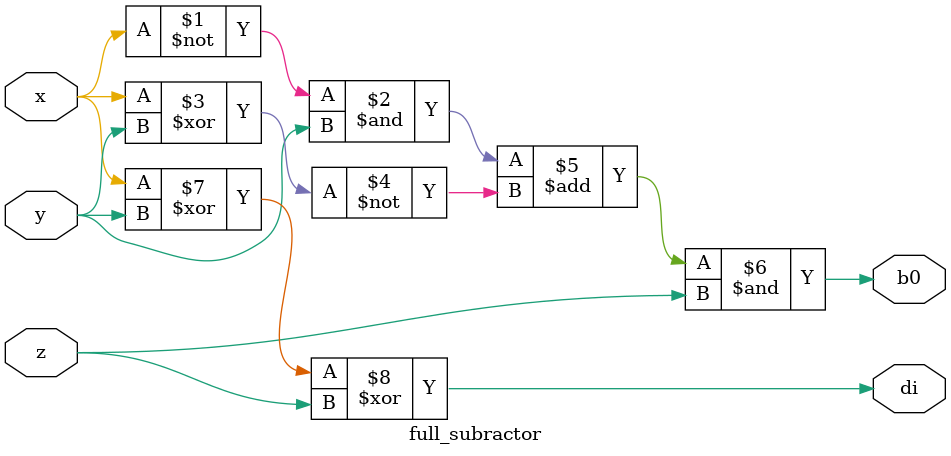
<source format=v>
module full_subractor(
    input x,y,z,
    output b0,di
    );
assign b0=(~x&y)+(~(x^y))&z;
assign di=(x^y)^z;

endmodule

</source>
